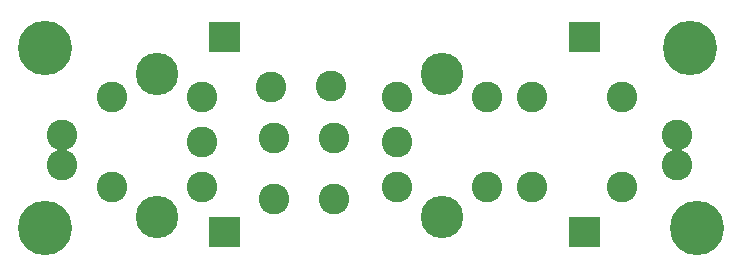
<source format=gbr>
%FSLAX34Y34*%
%MOMM*%
%LNSOLDERMASK_BOTTOM*%
G71*
G01*
%ADD10C,2.600*%
%ADD11C,2.600*%
%ADD12C,3.600*%
%ADD13C,4.600*%
%LPD*%
X267741Y142221D02*
G54D10*
D03*
X216760Y142109D02*
G54D10*
D03*
X219377Y98123D02*
G54D10*
D03*
X219490Y47142D02*
G54D10*
D03*
X270177Y98123D02*
G54D10*
D03*
X270290Y47142D02*
G54D10*
D03*
X219490Y47142D02*
G54D11*
D03*
X270290Y47142D02*
G54D11*
D03*
X438150Y133450D02*
G54D10*
D03*
X438150Y57250D02*
G54D10*
D03*
X514350Y57250D02*
G54D10*
D03*
X514350Y133450D02*
G54D10*
D03*
X514350Y57250D02*
G54D11*
D03*
X514350Y133450D02*
G54D11*
D03*
X82550Y133450D02*
G54D10*
D03*
X82550Y57250D02*
G54D10*
D03*
X158750Y133450D02*
G54D10*
D03*
X82550Y133450D02*
G54D10*
D03*
X158750Y133450D02*
G54D10*
D03*
X158750Y57250D02*
G54D10*
D03*
X120650Y152500D02*
G54D12*
D03*
X120650Y31850D02*
G54D12*
D03*
X323850Y133450D02*
G54D10*
D03*
X323850Y57250D02*
G54D10*
D03*
X400050Y133450D02*
G54D10*
D03*
X323850Y133450D02*
G54D10*
D03*
X400050Y133450D02*
G54D10*
D03*
X400050Y57250D02*
G54D10*
D03*
X82550Y57250D02*
G54D11*
D03*
X158750Y57250D02*
G54D11*
D03*
X323850Y57250D02*
G54D11*
D03*
X400050Y57250D02*
G54D11*
D03*
X361950Y152500D02*
G54D12*
D03*
X361950Y31850D02*
G54D12*
D03*
X120650Y31850D02*
G54D12*
D03*
X361950Y31850D02*
G54D12*
D03*
X361950Y152500D02*
G54D12*
D03*
X39741Y100916D02*
G54D10*
D03*
X39741Y75416D02*
G54D10*
D03*
X560441Y100916D02*
G54D10*
D03*
X560441Y75416D02*
G54D10*
D03*
X25400Y22200D02*
G54D13*
D03*
X25400Y174600D02*
G54D13*
D03*
X571500Y174600D02*
G54D13*
D03*
X577850Y22200D02*
G54D13*
D03*
X438150Y57250D02*
G54D11*
D03*
G36*
X469600Y32050D02*
X495600Y32050D01*
X495600Y6050D01*
X469600Y6050D01*
X469600Y32050D01*
G37*
G36*
X164800Y32050D02*
X190800Y32050D01*
X190800Y6050D01*
X164800Y6050D01*
X164800Y32050D01*
G37*
G36*
X164800Y197150D02*
X190800Y197150D01*
X190800Y171150D01*
X164800Y171150D01*
X164800Y197150D01*
G37*
G36*
X469600Y197150D02*
X495600Y197150D01*
X495600Y171150D01*
X469600Y171150D01*
X469600Y197150D01*
G37*
X158750Y95350D02*
G54D10*
D03*
X323850Y95350D02*
G54D10*
D03*
M02*

</source>
